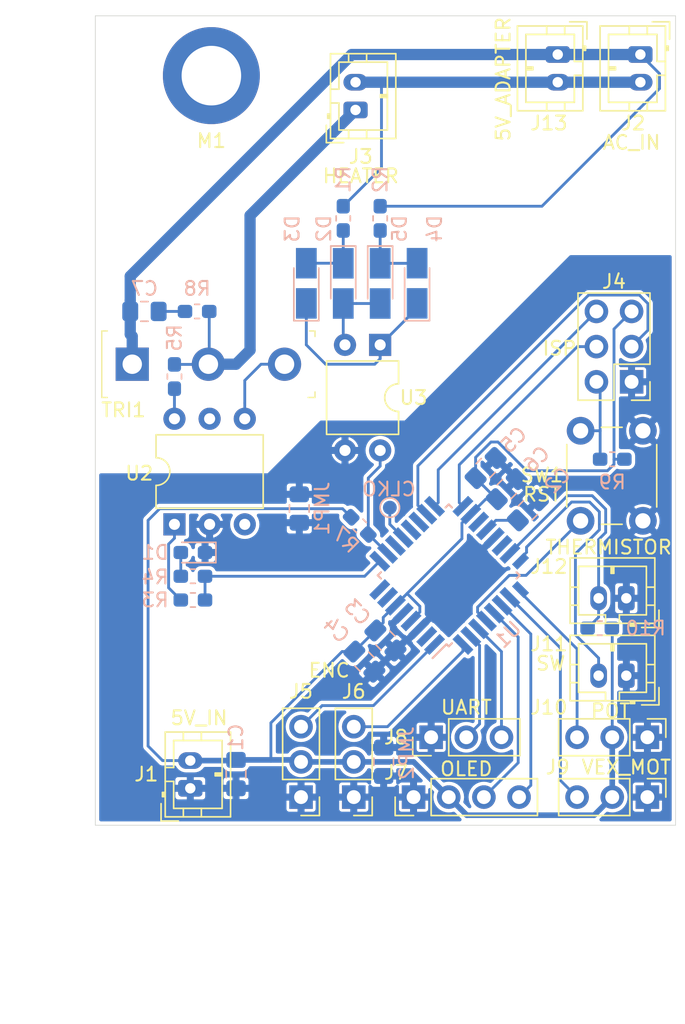
<source format=kicad_pcb>
(kicad_pcb (version 20211014) (generator pcbnew)
  (layers (0 "F.Cu" signal) (31 "B.Cu" signal) (34 "B.Paste" user) (35 "F.Paste" user) (36 "B.SilkS" user "B.Silkscreen") (37 "F.SilkS" user "F.Silkscreen") (38 "B.Mask" user) (39 "F.Mask" user) (44 "Edge.Cuts" user))
  (net 0 "")
  (net 1 "GND")
  (net 2 "+5V")
  (net 3 "Net-(C2-Pad1)")
  (net 4 "/120VAC_NEUTRAL")
  (net 5 "Net-(C7-Pad1)")
  (net 6 "Net-(D1-Pad2)")
  (net 7 "Net-(D2-Pad2)")
  (net 8 "Net-(D2-Pad1)")
  (net 9 "Net-(D3-Pad1)")
  (net 10 "Net-(D4-Pad2)")
  (net 11 "/120VAC_LIVE")
  (net 12 "Net-(J3-Pad1)")
  (net 13 "/RESET")
  (net 14 "/SCK")
  (net 15 "/MOSI")
  (net 16 "/MISO")
  (net 17 "/ENC_B")
  (net 18 "/ENC_A")
  (net 19 "/SCL")
  (net 20 "/SDA")
  (net 21 "/RX")
  (net 22 "/TX")
  (net 23 "/VEX_MOT")
  (net 24 "/TEMP_POT")
  (net 25 "/MOT_SW")
  (net 26 "/THERMISTOR")
  (net 27 "/HEATER")
  (net 28 "Net-(R3-Pad1)")
  (net 29 "Net-(R5-Pad2)")
  (net 30 "/ZCD")
  (net 31 "Net-(TP1-Pad1)")
  (net 32 "Net-(TRI1-Pad3)")
  (net 33 "Net-(U1-Pad22)")
  (net 34 "Net-(U1-Pad19)")
  (net 35 "Net-(U1-Pad14)")
  (net 36 "Net-(U1-Pad13)")
  (net 37 "Net-(U1-Pad11)")
  (net 38 "Net-(U1-Pad8)")
  (net 39 "Net-(U1-Pad7)")
  (net 40 "Net-(U1-Pad2)")
  (net 41 "Net-(U2-Pad3)")
  (net 42 "Net-(U2-Pad5)")
  (footprint "Connector_JST:JST_PH_B2B-PH-K_1x02_P2.00mm_Vertical" (layer "F.Cu") (at 121.158 119.253 90)
    (fp_text reference "J1" (at 1.016 -3.175 180) (layer "F.SilkS"))
    (fp_text value "5V_IN")
    (pad "1" thru_hole roundrect locked (at 0 0 90) (size 1.2 1.75) (drill 0.75) (layers *.Cu *.Mask) (roundrect_rratio 0.208333) (net 1 "GND"))
    (pad "2" thru_hole oval locked (at 2 0 90) (size 1.2 1.75) (drill 0.75) (layers *.Cu *.Mask) (net 2 "+5V"))
  )
  (footprint "Connector_JST:JST_PH_B2B-PH-K_1x02_P2.00mm_Vertical" (layer "F.Cu") (at 133.096 70.2945 90)
    (fp_text reference "J3" (at -3.3655 0.381 180) (layer "F.SilkS"))
    (fp_text value "HEATER")
    (pad "1" thru_hole roundrect locked (at 0 0 90) (size 1.2 1.75) (drill 0.75) (layers *.Cu *.Mask) (roundrect_rratio 0.208333) (net 12 "Net-(J3-Pad1)"))
    (pad "2" thru_hole oval locked (at 2 0 90) (size 1.2 1.75) (drill 0.75) (layers *.Cu *.Mask) (net 11 "/120VAC_LIVE"))
  )
  (footprint "Connector_PinHeader_2.54mm:PinHeader_2x03_P2.54mm_Vertical" (layer "F.Cu") (at 153.035 89.916 180)
    (fp_text reference "J4" (at 1.27 7.239) (layer "F.SilkS"))
    (fp_text value "ISP")
    (pad "1" thru_hole rect locked (at 0 0 180) (size 1.7 1.7) (drill 1) (layers *.Cu *.Mask) (net 1 "GND"))
    (pad "2" thru_hole oval locked (at 2.54 0 180) (size 1.7 1.7) (drill 1) (layers *.Cu *.Mask) (net 13 "/RESET"))
    (pad "3" thru_hole oval locked (at 0 2.54 180) (size 1.7 1.7) (drill 1) (layers *.Cu *.Mask) (net 15 "/MOSI"))
    (pad "4" thru_hole oval locked (at 2.54 2.54 180) (size 1.7 1.7) (drill 1) (layers *.Cu *.Mask) (net 14 "/SCK"))
    (pad "5" thru_hole oval locked (at 0 5.08 180) (size 1.7 1.7) (drill 1) (layers *.Cu *.Mask) (net 2 "+5V"))
    (pad "6" thru_hole oval locked (at 2.54 5.08 180) (size 1.7 1.7) (drill 1) (layers *.Cu *.Mask) (net 16 "/MISO"))
  )
  (footprint "Connector_PinHeader_2.54mm:PinHeader_1x03_P2.54mm_Vertical" (layer "F.Cu") (at 129.159 119.888 180)
    (fp_text reference "J5" (at 0 7.62) (layer "F.SilkS"))
    (fp_text value "ENC_B")
    (pad "1" thru_hole rect locked (at 0 0 180) (size 1.7 1.7) (drill 1) (layers *.Cu *.Mask) (net 1 "GND"))
    (pad "2" thru_hole oval locked (at 0 2.54 180) (size 1.7 1.7) (drill 1) (layers *.Cu *.Mask) (net 2 "+5V"))
    (pad "3" thru_hole oval locked (at 0 5.08 180) (size 1.7 1.7) (drill 1) (layers *.Cu *.Mask) (net 17 "/ENC_B"))
  )
  (footprint "Connector_PinHeader_2.54mm:PinHeader_1x03_P2.54mm_Vertical" (layer "F.Cu") (at 132.969 119.888 180)
    (fp_text reference "J6" (at 0 7.62) (layer "F.SilkS"))
    (fp_text value "ENC_A")
    (pad "1" thru_hole rect locked (at 0 0 180) (size 1.7 1.7) (drill 1) (layers *.Cu *.Mask) (net 1 "GND"))
    (pad "2" thru_hole oval locked (at 0 2.54 180) (size 1.7 1.7) (drill 1) (layers *.Cu *.Mask) (net 2 "+5V"))
    (pad "3" thru_hole oval locked (at 0 5.08 180) (size 1.7 1.7) (drill 1) (layers *.Cu *.Mask) (net 18 "/ENC_A"))
  )
  (footprint "Connector_PinHeader_2.54mm:PinHeader_1x04_P2.54mm_Vertical" (layer "F.Cu") (at 137.287 119.888 90)
    (fp_text reference "J7" (at 1.778 -1.27 180) (layer "F.SilkS"))
    (fp_text value "OLED")
    (pad "1" thru_hole rect locked (at 0 0 90) (size 1.7 1.7) (drill 1) (layers *.Cu *.Mask) (net 1 "GND"))
    (pad "2" thru_hole oval locked (at 0 2.54 90) (size 1.7 1.7) (drill 1) (layers *.Cu *.Mask) (net 2 "+5V"))
    (pad "3" thru_hole oval locked (at 0 5.08 90) (size 1.7 1.7) (drill 1) (layers *.Cu *.Mask) (net 19 "/SCL"))
    (pad "4" thru_hole oval locked (at 0 7.62 90) (size 1.7 1.7) (drill 1) (layers *.Cu *.Mask) (net 20 "/SDA"))
  )
  (footprint "Connector_PinHeader_2.54mm:PinHeader_1x03_P2.54mm_Vertical" (layer "F.Cu") (at 138.557 115.57 90)
    (fp_text reference "J8" (at 0 -2.54 180) (layer "F.SilkS"))
    (fp_text value "UART")
    (pad "1" thru_hole rect locked (at 0 0 90) (size 1.7 1.7) (drill 1) (layers *.Cu *.Mask) (net 1 "GND"))
    (pad "2" thru_hole oval locked (at 0 2.54 90) (size 1.7 1.7) (drill 1) (layers *.Cu *.Mask) (net 22 "/TX"))
    (pad "3" thru_hole oval locked (at 0 5.08 90) (size 1.7 1.7) (drill 1) (layers *.Cu *.Mask) (net 21 "/RX"))
  )
  (footprint "Connector_PinHeader_2.54mm:PinHeader_1x03_P2.54mm_Vertical" (layer "F.Cu") (at 154.178 119.888 -90)
    (fp_text reference "J9" (at -2.159 6.477 180) (layer "F.SilkS"))
    (fp_text value "VEX_MOT")
    (pad "1" thru_hole rect locked (at 0 0 270) (size 1.7 1.7) (drill 1) (layers *.Cu *.Mask) (net 1 "GND"))
    (pad "2" thru_hole oval locked (at 0 2.54 270) (size 1.7 1.7) (drill 1) (layers *.Cu *.Mask) (net 2 "+5V"))
    (pad "3" thru_hole oval locked (at 0 5.08 270) (size 1.7 1.7) (drill 1) (layers *.Cu *.Mask) (net 23 "/VEX_MOT"))
  )
  (footprint "Connector_JST:JST_PH_B2B-PH-K_1x02_P2.00mm_Vertical" (layer "F.Cu") (at 152.654 105.537 180)
    (fp_text reference "J12" (at 5.588 2.286) (layer "F.SilkS"))
    (fp_text value "THERM")
    (pad "1" thru_hole roundrect locked (at 0 0 180) (size 1.2 1.75) (drill 0.75) (layers *.Cu *.Mask) (roundrect_rratio 0.208333) (net 1 "GND"))
    (pad "2" thru_hole oval locked (at 2 0 180) (size 1.2 1.75) (drill 0.75) (layers *.Cu *.Mask) (net 26 "/THERMISTOR"))
  )
  (footprint "Button_Switch_THT:SW_PUSH_6mm_H5mm" (layer "F.Cu") (at 149.352 99.949 90)
    (fp_text reference "SW1" (at 3.302 -2.794 180) (layer "F.SilkS"))
    (fp_text value "RST_SW")
    (pad "1" thru_hole circle locked (at 0 0 180) (size 2 2) (drill 1.1) (layers *.Cu *.Mask) (net 13 "/RESET"))
    (pad "1" thru_hole circle locked (at 6.5 0 180) (size 2 2) (drill 1.1) (layers *.Cu *.Mask) (net 13 "/RESET"))
    (pad "2" thru_hole circle locked (at 6.5 4.5 180) (size 2 2) (drill 1.1) (layers *.Cu *.Mask) (net 1 "GND"))
    (pad "2" thru_hole circle locked (at 0 4.5 180) (size 2 2) (drill 1.1) (layers *.Cu *.Mask) (net 1 "GND"))
  )
  (footprint "digikey-footprints:TOP-3_Vertical_Insulated" (layer "F.Cu") (at 116.967 88.646)
    (fp_text reference "TRI1" (at -0.635 3.302) (layer "F.SilkS"))
    (fp_text value "BTA41-600BRG")
    (pad "1" thru_hole rect locked (at 0 0) (size 2.4 2.4) (drill 1.4) (layers *.Cu *.Mask) (net 4 "/120VAC_NEUTRAL"))
    (pad "2" thru_hole circle locked (at 5.5 0) (size 2.4 2.4) (drill 1.4) (layers *.Cu *.Mask) (net 12 "Net-(J3-Pad1)"))
    (pad "3" thru_hole circle locked (at 11 0) (size 2.4 2.4) (drill 1.4) (layers *.Cu *.Mask) (net 32 "Net-(TRI1-Pad3)"))
  )
  (footprint "Package_DIP:DIP-6_W7.62mm" (layer "F.Cu") (at 120.015 100.203 90)
    (fp_text reference "U2" (at 3.683 -2.54 180) (layer "F.SilkS"))
    (fp_text value "MOC3021M")
    (pad "1" thru_hole rect locked (at 0 0 90) (size 1.6 1.6) (drill 0.8) (layers *.Cu *.Mask) (net 28 "Net-(R3-Pad1)"))
    (pad "2" thru_hole oval locked (at 0 2.54 90) (size 1.6 1.6) (drill 0.8) (layers *.Cu *.Mask) (net 1 "GND"))
    (pad "3" thru_hole oval locked (at 0 5.08 90) (size 1.6 1.6) (drill 0.8) (layers *.Cu *.Mask) (net 41 "Net-(U2-Pad3)"))
    (pad "4" thru_hole oval locked (at 7.62 5.08 90) (size 1.6 1.6) (drill 0.8) (layers *.Cu *.Mask) (net 32 "Net-(TRI1-Pad3)"))
    (pad "5" thru_hole oval locked (at 7.62 2.54 90) (size 1.6 1.6) (drill 0.8) (layers *.Cu *.Mask) (net 42 "Net-(U2-Pad5)"))
    (pad "6" thru_hole oval locked (at 7.62 0 90) (size 1.6 1.6) (drill 0.8) (layers *.Cu *.Mask) (net 29 "Net-(R5-Pad2)"))
  )
  (footprint "Connector_JST:JST_PH_B2B-PH-K_1x02_P2.00mm_Vertical" (layer "F.Cu") (at 147.701 66.294 -90)
    (fp_text reference "J13" (at 4.953 0.635 180) (layer "F.SilkS"))
    (fp_text value "TO_5V_BRICK")
    (pad "1" thru_hole roundrect locked (at 0 0 270) (size 1.2 1.75) (drill 0.75) (layers *.Cu *.Mask) (roundrect_rratio 0.208333) (net 4 "/120VAC_NEUTRAL"))
    (pad "2" thru_hole oval locked (at 2 0 270) (size 1.2 1.75) (drill 0.75) (layers *.Cu *.Mask) (net 11 "/120VAC_LIVE"))
  )
  (footprint "Connector_JST:JST_PH_B2B-PH-K_1x02_P2.00mm_Vertical" (layer "F.Cu") (at 152.654 111.125 180)
    (fp_text reference "J11" (at 5.588 2.286) (layer "F.SilkS"))
    (fp_text value "MOT_SW")
    (pad "1" thru_hole roundrect locked (at 0 0 180) (size 1.2 1.75) (drill 0.75) (layers *.Cu *.Mask) (roundrect_rratio 0.208333) (net 1 "GND"))
    (pad "2" thru_hole oval locked (at 2 0 180) (size 1.2 1.75) (drill 0.75) (layers *.Cu *.Mask) (net 25 "/MOT_SW"))
  )
  (footprint "Connector_JST:JST_PH_B2B-PH-K_1x02_P2.00mm_Vertical" (layer "F.Cu") (at 153.67 66.294 -90)
    (fp_text reference "J2" (at 4.953 0.508 180) (layer "F.SilkS"))
    (fp_text value "AC_IN")
    (pad "1" thru_hole roundrect locked (at 0 0 270) (size 1.2 1.75) (drill 0.75) (layers *.Cu *.Mask) (roundrect_rratio 0.208333) (net 4 "/120VAC_NEUTRAL"))
    (pad "2" thru_hole oval locked (at 2 0 270) (size 1.2 1.75) (drill 0.75) (layers *.Cu *.Mask) (net 11 "/120VAC_LIVE"))
  )
  (footprint "Connector_PinHeader_2.54mm:PinHeader_1x03_P2.54mm_Vertical" (layer "F.Cu") (at 154.178 115.57 -90)
    (fp_text reference "J10" (at -2.159 7.112 180) (layer "F.SilkS"))
    (fp_text value "TEMP_POT")
    (pad "1" thru_hole rect locked (at 0 0 270) (size 1.7 1.7) (drill 1) (layers *.Cu *.Mask) (net 1 "GND"))
    (pad "2" thru_hole oval locked (at 0 2.54 270) (size 1.7 1.7) (drill 1) (layers *.Cu *.Mask) (net 2 "+5V"))
    (pad "3" thru_hole oval locked (at 0 5.08 270) (size 1.7 1.7) (drill 1) (layers *.Cu *.Mask) (net 24 "/TEMP_POT"))
  )
  (footprint "Package_DIP:DIP-4_W7.62mm" (layer "F.Cu") (at 134.874 87.249 -90)
    (fp_text reference "U3" (at 3.81 -2.413 180) (layer "F.SilkS"))
    (fp_text value "FL817C")
    (pad "1" thru_hole rect locked (at 0 0 270) (size 1.6 1.6) (drill 0.8) (layers *.Cu *.Mask) (net 9 "Net-(D3-Pad1)"))
    (pad "2" thru_hole oval locked (at 0 2.54 270) (size 1.6 1.6) (drill 0.8) (layers *.Cu *.Mask) (net 7 "Net-(D2-Pad2)"))
    (pad "3" thru_hole oval locked (at 7.62 2.54 270) (size 1.6 1.6) (drill 0.8) (layers *.Cu *.Mask) (net 1 "GND"))
    (pad "4" thru_hole oval locked (at 7.62 0 270) (size 1.6 1.6) (drill 0.8) (layers *.Cu *.Mask) (net 30 "/ZCD"))
  )
  (footprint "MountingHole:MountingHole_4.3mm_M4_ISO14580_Pad" (layer "F.Cu") (at 122.682 67.818)
    (fp_text reference "M1" (at 0 4.699) (layer "F.SilkS"))
    (fp_text value "MountingHole_4.3mm_M4_ISO14580_Pad")
    (pad "1" thru_hole circle locked (at 0 0) (size 7.000001 7.000001) (drill 4.299999) (layers *.Cu *.Mask))
  )
  (footprint "Capacitor_SMD:C_0805_2012Metric_Pad1.15x1.40mm_HandSolder" (layer "B.Cu") (at 124.46 118.228 -90)
    (fp_text reference "C1" (at -2.658 0 -90) (layer "B.SilkS") (effects (justify mirror)))
    (fp_text value "10u")
    (pad "1" smd roundrect locked (at -1.025 0 270) (size 1.15 1.4) (layers "B.Cu" "B.Paste" "B.Mask") (roundrect_rratio 0.217391) (net 2 "+5V"))
    (pad "2" smd roundrect locked (at 1.025 0 270) (size 1.15 1.4) (layers "B.Cu" "B.Paste" "B.Mask") (roundrect_rratio 0.217391) (net 1 "GND"))
  )
  (footprint "Capacitor_SMD:C_0805_2012Metric_Pad1.15x1.40mm_HandSolder" (layer "B.Cu") (at 145.542 99.187 45)
    (fp_text reference "C2" (at 3.053287 0 225) (layer "B.SilkS") (effects (justify mirror)))
    (fp_text value "100n")
    (pad "1" smd roundrect locked (at -1.025 0 45) (size 1.15 1.4) (layers "B.Cu" "B.Paste" "B.Mask") (roundrect_rratio 0.217391) (net 3 "Net-(C2-Pad1)"))
    (pad "2" smd roundrect locked (at 1.025 0 45) (size 1.15 1.4) (layers "B.Cu" "B.Paste" "B.Mask") (roundrect_rratio 0.217391) (net 1 "GND"))
  )
  (footprint "Capacitor_SMD:C_0805_2012Metric_Pad1.15x1.40mm_HandSolder" (layer "B.Cu") (at 135.255 108.585 -45)
    (fp_text reference "C3" (at -2.873682 0 135) (layer "B.SilkS") (effects (justify mirror)))
    (fp_text value "100n")
    (pad "1" smd roundrect locked (at -1.025 0 315) (size 1.15 1.4) (layers "B.Cu" "B.Paste" "B.Mask") (roundrect_rratio 0.217391) (net 2 "+5V"))
    (pad "2" smd roundrect locked (at 1.025 0 315) (size 1.15 1.4) (layers "B.Cu" "B.Paste" "B.Mask") (roundrect_rratio 0.217391) (net 1 "GND"))
  )
  (footprint "Capacitor_SMD:C_0805_2012Metric_Pad1.15x1.40mm_HandSolder" (layer "B.Cu") (at 133.731 110.109 -45)
    (fp_text reference "C4" (at -3.053287 -0.179605 -45) (layer "B.SilkS") (effects (justify mirror)))
    (fp_text value "10u")
    (pad "1" smd roundrect locked (at -1.025 0 315) (size 1.15 1.4) (layers "B.Cu" "B.Paste" "B.Mask") (roundrect_rratio 0.217391) (net 2 "+5V"))
    (pad "2" smd roundrect locked (at 1.025 0 315) (size 1.15 1.4) (layers "B.Cu" "B.Paste" "B.Mask") (roundrect_rratio 0.217391) (net 1 "GND"))
  )
  (footprint "Capacitor_SMD:C_0805_2012Metric_Pad1.15x1.40mm_HandSolder" (layer "B.Cu") (at 142.494 96.139 45)
    (fp_text reference "C5" (at 2.873682 0 225) (layer "B.SilkS") (effects (justify mirror)))
    (fp_text value "10u")
    (pad "1" smd roundrect locked (at -1.025 0 45) (size 1.15 1.4) (layers "B.Cu" "B.Paste" "B.Mask") (roundrect_rratio 0.217391) (net 2 "+5V"))
    (pad "2" smd roundrect locked (at 1.025 0 45) (size 1.15 1.4) (layers "B.Cu" "B.Paste" "B.Mask") (roundrect_rratio 0.217391) (net 1 "GND"))
  )
  (footprint "Capacitor_SMD:C_0805_2012Metric_Pad1.15x1.40mm_HandSolder" (layer "B.Cu") (at 144.018 97.663 45)
    (fp_text reference "C6" (at 3.053287 0 225) (layer "B.SilkS") (effects (justify mirror)))
    (fp_text value "100n")
    (pad "1" smd roundrect locked (at -1.025 0 45) (size 1.15 1.4) (layers "B.Cu" "B.Paste" "B.Mask") (roundrect_rratio 0.217391) (net 2 "+5V"))
    (pad "2" smd roundrect locked (at 1.025 0 45) (size 1.15 1.4) (layers "B.Cu" "B.Paste" "B.Mask") (roundrect_rratio 0.217391) (net 1 "GND"))
  )
  (footprint "Capacitor_SMD:C_0805_2012Metric_Pad1.15x1.40mm_HandSolder" (layer "B.Cu") (at 117.847 84.836 180)
    (fp_text reference "C7" (at 0 1.65) (layer "B.SilkS") (effects (justify mirror)))
    (fp_text value "220p")
    (pad "1" smd roundrect locked (at -1.025 0 180) (size 1.15 1.4) (layers "B.Cu" "B.Paste" "B.Mask") (roundrect_rratio 0.217391) (net 5 "Net-(C7-Pad1)"))
    (pad "2" smd roundrect locked (at 1.025 0 180) (size 1.15 1.4) (layers "B.Cu" "B.Paste" "B.Mask") (roundrect_rratio 0.217391) (net 4 "/120VAC_NEUTRAL"))
  )
  (footprint "LED_SMD:LED_0603_1608Metric_Pad1.05x0.95mm_HandSolder" (layer "B.Cu") (at 121.3485 102.235 180)
    (fp_text reference "D1" (at 2.7305 0 180) (layer "B.SilkS") (effects (justify mirror)))
    (fp_text value "LED")
    (pad "1" smd roundrect locked (at -0.875 0 180) (size 1.05 0.95) (layers "B.Cu" "B.Paste" "B.Mask") (net 1 "GND"))
    (pad "2" smd roundrect locked (at 0.875 0 180) (size 1.05 0.95) (layers "B.Cu" "B.Paste" "B.Mask") (net 6 "Net-(D1-Pad2)"))
  )
  (footprint "Diode_SMD:D_MicroMELF_Hadsoldering" (layer "B.Cu") (at 129.54 82.8062 90)
    (fp_text reference "D3" (at 3.9392 -1.016 270) (layer "B.SilkS") (effects (justify mirror)))
    (fp_text value "D_ALT")
    (pad "1" smd rect locked (at -1.45 0 90) (size 2.2 1.5) (layers "B.Cu" "B.Paste" "B.Mask") (net 9 "Net-(D3-Pad1)"))
    (pad "2" smd rect locked (at 1.45 0 90) (size 2.2 1.5) (layers "B.Cu" "B.Paste" "B.Mask") (net 8 "Net-(D2-Pad1)"))
  )
  (footprint "Diode_SMD:D_MicroMELF_Hadsoldering" (layer "B.Cu") (at 134.874 82.8145 -90)
    (fp_text reference "D5" (at -3.9475 -1.397 -90) (layer "B.SilkS") (effects (justify mirror)))
    (fp_text value "D_ALT")
    (pad "1" smd rect locked (at -1.45 0 270) (size 2.2 1.5) (layers "B.Cu" "B.Paste" "B.Mask") (net 10 "Net-(D4-Pad2)"))
    (pad "2" smd rect locked (at 1.45 0 270) (size 2.2 1.5) (layers "B.Cu" "B.Paste" "B.Mask") (net 7 "Net-(D2-Pad2)"))
  )
  (footprint "Resistor_SMD:R_0603_1608Metric_Pad1.05x0.95mm_HandSolder" (layer "B.Cu") (at 132.207 78.119 90)
    (fp_text reference "R1" (at 2.808 0 270) (layer "B.SilkS") (effects (justify mirror)))
    (fp_text value "10k")
    (pad "1" smd roundrect locked (at -0.875 0 90) (size 1.05 0.95) (layers "B.Cu" "B.Paste" "B.Mask") (net 8 "Net-(D2-Pad1)"))
    (pad "2" smd roundrect locked (at 0.875 0 90) (size 1.05 0.95) (layers "B.Cu" "B.Paste" "B.Mask") (net 11 "/120VAC_LIVE"))
  )
  (footprint "Resistor_SMD:R_0603_1608Metric_Pad1.05x0.95mm_HandSolder" (layer "B.Cu") (at 134.874 78.119 90)
    (fp_text reference "R2" (at 2.808 0 270) (layer "B.SilkS") (effects (justify mirror)))
    (fp_text value "10k")
    (pad "1" smd roundrect locked (at -0.875 0 90) (size 1.05 0.95) (layers "B.Cu" "B.Paste" "B.Mask") (net 10 "Net-(D4-Pad2)"))
    (pad "2" smd roundrect locked (at 0.875 0 90) (size 1.05 0.95) (layers "B.Cu" "B.Paste" "B.Mask") (net 4 "/120VAC_NEUTRAL"))
  )
  (footprint "Resistor_SMD:R_0603_1608Metric_Pad1.05x0.95mm_HandSolder" (layer "B.Cu") (at 121.3485 103.9495)
    (fp_text reference "R4" (at -2.7305 0.0635 180) (layer "B.SilkS") (effects (justify mirror)))
    (fp_text value "150")
    (pad "1" smd roundrect locked (at -0.875 0) (size 1.05 0.95) (layers "B.Cu" "B.Paste" "B.Mask") (net 6 "Net-(D1-Pad2)"))
    (pad "2" smd roundrect locked (at 0.875 0) (size 1.05 0.95) (layers "B.Cu" "B.Paste" "B.Mask") (net 27 "/HEATER"))
  )
  (footprint "Resistor_SMD:R_0603_1608Metric_Pad1.05x0.95mm_HandSolder" (layer "B.Cu") (at 120.015 89.535 -90)
    (fp_text reference "R5" (at -2.794 0 -90) (layer "B.SilkS") (effects (justify mirror)))
    (fp_text value "150")
    (pad "1" smd roundrect locked (at -0.875 0 270) (size 1.05 0.95) (layers "B.Cu" "B.Paste" "B.Mask") (net 12 "Net-(J3-Pad1)"))
    (pad "2" smd roundrect locked (at 0.875 0 270) (size 1.05 0.95) (layers "B.Cu" "B.Paste" "B.Mask") (net 29 "Net-(R5-Pad2)"))
  )
  (footprint "Resistor_SMD:R_0603_1608Metric_Pad1.05x0.95mm_HandSolder" (layer "B.Cu") (at 133.397218 100.313718 -45)
    (fp_text reference "R7" (at 0 1.43 -45) (layer "B.SilkS") (effects (justify mirror)))
    (fp_text value "10k")
    (pad "1" smd roundrect locked (at -0.875 0 315) (size 1.05 0.95) (layers "B.Cu" "B.Paste" "B.Mask") (net 2 "+5V"))
    (pad "2" smd roundrect locked (at 0.875 0 315) (size 1.05 0.95) (layers "B.Cu" "B.Paste" "B.Mask") (net 30 "/ZCD"))
  )
  (footprint "Resistor_SMD:R_0603_1608Metric_Pad1.05x0.95mm_HandSolder" (layer "B.Cu") (at 121.652 84.836)
    (fp_text reference "R8" (at 0 -1.651) (layer "B.SilkS") (effects (justify mirror)))
    (fp_text value "150")
    (pad "1" smd roundrect locked (at -0.875 0) (size 1.05 0.95) (layers "B.Cu" "B.Paste" "B.Mask") (net 5 "Net-(C7-Pad1)"))
    (pad "2" smd roundrect locked (at 0.875 0) (size 1.05 0.95) (layers "B.Cu" "B.Paste" "B.Mask") (net 12 "Net-(J3-Pad1)"))
  )
  (footprint "Resistor_SMD:R_0603_1608Metric_Pad1.05x0.95mm_HandSolder" (layer "B.Cu") (at 151.638 95.504 180)
    (fp_text reference "R9" (at 0 -1.651) (layer "B.SilkS") (effects (justify mirror)))
    (fp_text value "10k")
    (pad "1" smd roundrect locked (at -0.875 0 180) (size 1.05 0.95) (layers "B.Cu" "B.Paste" "B.Mask") (net 2 "+5V"))
    (pad "2" smd roundrect locked (at 0.875 0 180) (size 1.05 0.95) (layers "B.Cu" "B.Paste" "B.Mask") (net 13 "/RESET"))
  )
  (footprint "TestPoint:TestPoint_Pad_D1.0mm" (layer "B.Cu") (at 135.5725 98.9965 -90)
    (fp_text reference "CLKO" (at -1.3335 0.0635) (layer "B.SilkS") (effects (justify mirror)))
    (fp_text value "CLKO")
    (pad "1" smd circle locked (at 0 0 270) (size 1 1) (layers "B.Cu" "B.Mask") (net 31 "Net-(TP1-Pad1)"))
  )
  (footprint "Package_QFP:TQFP-32_7x7mm_P0.8mm" (layer "B.Cu") (at 139.827 103.886 45)
    (fp_text reference "U1" (at 0 6.05 225) (layer "B.SilkS") (effects (justify mirror)))
    (fp_text value "ATmega328P-AU")
    (pad "1" smd rect locked (at -4.25 2.8 45) (size 1.6 0.55) (layers "B.Cu" "B.Paste" "B.Mask") (net 17 "/ENC_B"))
    (pad "2" smd rect locked (at -4.25 2 45) (size 1.6 0.55) (layers "B.Cu" "B.Paste" "B.Mask") (net 40 "Net-(U1-Pad2)"))
    (pad "3" smd rect locked (at -4.25 1.2 45) (size 1.6 0.55) (layers "B.Cu" "B.Paste" "B.Mask") (net 1 "GND"))
    (pad "4" smd rect locked (at -4.25 0.4 45) (size 1.6 0.55) (layers "B.Cu" "B.Paste" "B.Mask") (net 2 "+5V"))
    (pad "5" smd rect locked (at -4.25 -0.4 45) (size 1.6 0.55) (layers "B.Cu" "B.Paste" "B.Mask") (net 1 "GND"))
    (pad "6" smd rect locked (at -4.25 -1.2 45) (size 1.6 0.55) (layers "B.Cu" "B.Paste" "B.Mask") (net 2 "+5V"))
    (pad "7" smd rect locked (at -4.25 -2 45) (size 1.6 0.55) (layers "B.Cu" "B.Paste" "B.Mask") (net 39 "Net-(U1-Pad7)"))
    (pad "8" smd rect locked (at -4.25 -2.8 45) (size 1.6 0.55) (layers "B.Cu" "B.Paste" "B.Mask") (net 38 "Net-(U1-Pad8)"))
    (pad "9" smd rect locked (at -2.8 -4.25 315) (size 1.6 0.55) (layers "B.Cu" "B.Paste" "B.Mask") (net 27 "/HEATER"))
    (pad "10" smd rect locked (at -2 -4.25 315) (size 1.6 0.55) (layers "B.Cu" "B.Paste" "B.Mask") (net 30 "/ZCD"))
    (pad "11" smd rect locked (at -1.2 -4.25 315) (size 1.6 0.55) (layers "B.Cu" "B.Paste" "B.Mask") (net 37 "Net-(U1-Pad11)"))
    (pad "12" smd rect locked (at -0.4 -4.25 315) (size 1.6 0.55) (layers "B.Cu" "B.Paste" "B.Mask") (net 31 "Net-(TP1-Pad1)"))
    (pad "13" smd rect locked (at 0.4 -4.25 315) (size 1.6 0.55) (layers "B.Cu" "B.Paste" "B.Mask") (net 36 "Net-(U1-Pad13)"))
    (pad "14" smd rect locked (at 1.2 -4.25 315) (size 1.6 0.55) (layers "B.Cu" "B.Paste" "B.Mask") (net 35 "Net-(U1-Pad14)"))
    (pad "15" smd rect locked (at 2 -4.25 315) (size 1.6 0.55) (layers "B.Cu" "B.Paste" "B.Mask") (net 15 "/MOSI"))
    (pad "16" smd rect locked (at 2.8 -4.25 315) (size 1.6 0.55) (layers "B.Cu" "B.Paste" "B.Mask") (net 16 "/MISO"))
    (pad "17" smd rect locked (at 4.25 -2.8 45) (size 1.6 0.55) (layers "B.Cu" "B.Paste" "B.Mask") (net 14 "/SCK"))
    (pad "18" smd rect locked (at 4.25 -2 45) (size 1.6 0.55) (layers "B.Cu" "B.Paste" "B.Mask") (net 2 "+5V"))
    (pad "19" smd rect locked (at 4.25 -1.2 45) (size 1.6 0.55) (layers "B.Cu" "B.Paste" "B.Mask") (net 34 "Net-(U1-Pad19)"))
    (pad "20" smd rect locked (at 4.25 -0.4 45) (size 1.6 0.55) (layers "B.Cu" "B.Paste" "B.Mask") (net 3 "Net-(C2-Pad1)"))
    (pad "21" smd rect locked (at 4.25 0.4 45) (size 1.6 0.55) (layers "B.Cu" "B.Paste" "B.Mask") (net 1 "GND"))
    (pad "22" smd rect locked (at 4.25 1.2 45) (size 1.6 0.55) (layers "B.Cu" "B.Paste" "B.Mask") (net 33 "Net-(U1-Pad22)"))
    (pad "23" smd rect locked (at 4.25 2 45) (size 1.6 0.55) (layers "B.Cu" "B.Paste" "B.Mask") (net 26 "/THERMISTOR"))
    (pad "24" smd rect locked (at 4.391422 2.941421 45) (size 1.2 0.55) (layers "B.Cu" "B.Paste" "B.Mask") (net 25 "/MOT_SW"))
    (pad "25" smd rect locked (at 2.941421 4.391422 315) (size 1.2 0.55) (layers "B.Cu" "B.Paste" "B.Mask") (net 24 "/TEMP_POT"))
    (pad "26" smd rect locked (at 2 4.25 315) (size 1.6 0.55) (layers "B.Cu" "B.Paste" "B.Mask") (net 23 "/VEX_MOT"))
    (pad "27" smd rect locked (at 1.2 4.25 315) (size 1.6 0.55) (layers "B.Cu" "B.Paste" "B.Mask") (net 20 "/SDA"))
    (pad "28" smd rect locked (at 0.4 4.25 315) (size 1.6 0.55) (layers "B.Cu" "B.Paste" "B.Mask") (net 19 "/SCL"))
    (pad "29" smd rect locked (at -0.4 4.25 315) (size 1.6 0.55) (layers "B.Cu" "B.Paste" "B.Mask") (net 13 "/RESET"))
    (pad "30" smd rect locked (at -1.2 4.25 315) (size 1.6 0.55) (layers "B.Cu" "B.Paste" "B.Mask") (net 21 "/RX"))
    (pad "31" smd rect locked (at -2 4.25 315) (size 1.6 0.55) (layers "B.Cu" "B.Paste" "B.Mask") (net 22 "/TX"))
    (pad "32" smd rect locked (at -2.8 4.25 315) (size 1.6 0.55) (layers "B.Cu" "B.Paste" "B.Mask") (net 18 "/ENC_A"))
  )
  (footprint "Resistor_SMD:R_0603_1608Metric_Pad1.05x0.95mm_HandSolder" (layer "B.Cu") (at 150.735 107.696 180)
    (fp_text reference "R10" (at -3.316 0) (layer "B.SilkS") (effects (justify mirror)))
    (fp_text value "100k")
    (pad "1" smd roundrect locked (at -0.875 0 180) (size 1.05 0.95) (layers "B.Cu" "B.Paste" "B.Mask") (net 2 "+5V"))
    (pad "2" smd roundrect locked (at 0.875 0 180) (size 1.05 0.95) (layers "B.Cu" "B.Paste" "B.Mask") (net 26 "/THERMISTOR"))
  )
  (footprint "Resistor_SMD:R_0603_1608Metric_Pad1.05x0.95mm_HandSolder" (layer "B.Cu") (at 121.3485 105.664)
    (fp_text reference "R3" (at -2.7305 0 180) (layer "B.SilkS") (effects (justify mirror)))
    (fp_text value "1k")
    (pad "1" smd roundrect locked (at -0.875 0) (size 1.05 0.95) (layers "B.Cu" "B.Paste" "B.Mask") (net 28 "Net-(R3-Pad1)"))
    (pad "2" smd roundrect locked (at 0.875 0) (size 1.05 0.95) (layers "B.Cu" "B.Paste" "B.Mask") (net 27 "/HEATER"))
  )
  (footprint "Diode_SMD:D_MicroMELF_Hadsoldering" (layer "B.Cu") (at 132.207 82.8145 -90)
    (fp_text reference "D2" (at -3.9475 1.397 -90) (layer "B.SilkS") (effects (justify mirror)))
    (fp_text value "D_ALT")
    (pad "1" smd rect locked (at -1.45 0 270) (size 2.2 1.5) (layers "B.Cu" "B.Paste" "B.Mask") (net 8 "Net-(D2-Pad1)"))
    (pad "2" smd rect locked (at 1.45 0 270) (size 2.2 1.5) (layers "B.Cu" "B.Paste" "B.Mask") (net 7 "Net-(D2-Pad2)"))
  )
  (footprint "Diode_SMD:D_MicroMELF_Hadsoldering" (layer "B.Cu") (at 137.541 82.804 90)
    (fp_text reference "D4" (at 3.937 1.27 270) (layer "B.SilkS") (effects (justify mirror)))
    (fp_text value "D_ALT")
    (pad "1" smd rect locked (at -1.45 0 90) (size 2.2 1.5) (layers "B.Cu" "B.Paste" "B.Mask") (net 9 "Net-(D3-Pad1)"))
    (pad "2" smd rect locked (at 1.45 0 90) (size 2.2 1.5) (layers "B.Cu" "B.Paste" "B.Mask") (net 10 "Net-(D4-Pad2)"))
  )
  (footprint "Resistor_SMD:R_0805_2012Metric_Pad1.15x1.40mm_HandSolder" (layer "B.Cu") (at 129.032 99.06 90)
    (fp_text reference "JMP1" (at 0 1.65 90) (layer "B.SilkS") (effects (justify mirror)))
    (fp_text value "R_0805_2012Metric_Pad1.15x1.40mm_HandSolder")
    (pad "1" smd roundrect locked (at -1.025 0 90) (size 1.15 1.4) (layers "B.Cu" "B.Paste" "B.Mask") (roundrect_rratio 0.217) (net 1 "GND"))
    (pad "1" smd roundrect locked (at 1.025 0 90) (size 1.15 1.4) (layers "B.Cu" "B.Paste" "B.Mask") (roundrect_rratio 0.217) (net 1 "GND"))
  )
  (footprint "Resistor_SMD:R_0805_2012Metric_Pad1.15x1.40mm_HandSolder" (layer "B.Cu") (at 135.128 117.339 90)
    (fp_text reference "JMP2" (at 0.626 1.651 90) (layer "B.SilkS") (effects (justify mirror)))
    (fp_text value "R_0805_2012Metric_Pad1.15x1.40mm_HandSolder")
    (pad "1" smd roundrect locked (at -1.025 0 90) (size 1.15 1.4) (layers "B.Cu" "B.Paste" "B.Mask") (roundrect_rratio 0.217) (net 1 "GND"))
    (pad "1" smd roundrect locked (at 1.025 0 90) (size 1.15 1.4) (layers "B.Cu" "B.Paste" "B.Mask") (roundrect_rratio 0.217) (net 1 "GND"))
  )
  (gr_line (start 156.21 63.5) (end 114.3 63.5) (layer "Edge.Cuts") (width 0.05))
  (gr_line (start 156.21 121.92) (end 156.21 63.5) (layer "Edge.Cuts") (width 0.05))
  (gr_line (start 114.3 63.5) (end 114.3 121.92) (layer "Edge.Cuts") (width 0.05))
  (gr_line (start 114.3 121.92) (end 156.21 121.92) (layer "Edge.Cuts") (width 0.05))
  (gr_text "AC_IN\n" (at 153.035 72.644) (layer "F.SilkS") (effects (font (size 1 1))))
  (gr_text "5V_ADAPTER\n" (at 143.764 68.072 90) (layer "F.SilkS") (effects (font (size 1 1))))
  (gr_text "SW\n" (at 147.193 110.236) (layer "F.SilkS") (effects (font (size 1 1))))
  (gr_text "ENC" (at 131.191 110.744) (layer "F.SilkS") (effects (font (size 1 1))))
  (gr_text "THERMISTOR\n" (at 151.384 101.854) (layer "F.SilkS") (effects (font (size 1 1))))
  (gr_text "RST\n" (at 146.558 98.044) (layer "F.SilkS") (effects (font (size 1 1))))
  (gr_text "OLED" (at 141.097 117.856) (layer "F.SilkS") (effects (font (size 1 1))))
  (gr_text "VEX_MOT\n" (at 152.654 117.729) (layer "F.SilkS") (effects (font (size 1 1))))
  (gr_text "UART\n" (at 141.097 113.411) (layer "F.SilkS") (effects (font (size 1 1))))
  (gr_text "POT\n" (at 151.511 113.665) (layer "F.SilkS") (effects (font (size 1 1))))
  (gr_text "ISP\n" (at 147.828 87.503) (layer "F.SilkS") (effects (font (size 1 1))))
  (gr_text "HEATER" (at 133.477 75.057) (layer "F.SilkS") (effects (font (size 1 1))))
  (gr_text "5V_IN\n" (at 121.793 114.173) (layer "F.SilkS") (effects (font (size 1 1))))
  (segment (start 153.035 84.836) (end 151.765 86.106) (width 0.2032) (layer "B.Cu") (net 2))
  (segment (start 135.0959 106.920044) (end 135.336873 106.679071) (width 0.2032) (layer "B.Cu") (net 2))
  (segment (start 119.158 117.253) (end 121.158 117.253) (width 0.2032) (layer "B.Cu") (net 2))
  (segment (start 151.638 119.888) (end 150.330799 121.195201) (width 0.4064) (layer "B.Cu") (net 2))
  (segment (start 118.11 116.205) (end 119.158 117.253) (width 0.2032) (layer "B.Cu") (net 2))
  (segment (start 137.287 117.348) (end 139.827 119.888) (width 0.4064) (layer "B.Cu") (net 2))
  (segment (start 151.765 95.504) (end 151.765 95.865786) (width 0.2032) (layer "B.Cu") (net 2))
  (segment (start 143.381248 94.260598) (end 142.879542 94.260598) (width 0.2032) (layer "B.Cu") (net 2))
  (segment (start 151.638 115.57) (end 151.638 107.724) (width 0.2032) (layer "B.Cu") (net 2))
  (segment (start 141.769216 95.370924) (end 141.769216 95.982598) (width 0.2032) (layer "B.Cu") (net 2))
  (segment (start 140.781595 100.102978) (end 140.781595 101.234349) (width 0.2032) (layer "B.Cu") (net 2))
  (segment (start 132.969 117.348) (end 137.287 117.348) (width 0.4064) (layer "B.Cu") (net 2))
  (segment (start 141.41799 99.466583) (end 142.496789 98.387784) (width 0.2032) (layer "B.Cu") (net 2))
  (segment (start 140.781595 101.234349) (end 136.819472 105.196472) (width 0.2032) (layer "B.Cu") (net 2))
  (segment (start 151.888 95.504) (end 151.765 95.504) (width 0.2032) (layer "B.Cu") (net 2))
  (segment (start 137.741034 106.537652) (end 137.741034 106.118034) (width 0.2032) (layer "B.Cu") (net 2))
  (segment (start 152.513 95.504) (end 151.888 95.504) (width 0.2032) (layer "B.Cu") (net 2))
  (segment (start 126.982 114.527246) (end 126.982 117.203) (width 0.2032) (layer "B.Cu") (net 2))
  (segment (start 118.950839 99.072799) (end 118.11 99.913638) (width 0.2032) (layer "B.Cu") (net 2))
  (segment (start 142.496789 98.387784) (end 143.293216 98.387784) (width 0.2032) (layer "B.Cu") (net 2))
  (segment (start 142.3349 97.429468) (end 143.293216 98.387784) (width 0.2032) (layer "B.Cu") (net 2))
  (segment (start 118.11 99.913638) (end 118.11 116.205) (width 0.2032) (layer "B.Cu") (net 2))
  (segment (start 133.006216 109.384216) (end 134.530216 107.860216) (width 0.2032) (layer "B.Cu") (net 2))
  (segment (start 126.982 117.203) (end 129.014 117.203) (width 0.4064) (layer "B.Cu") (net 2))
  (segment (start 129.014 117.203) (end 129.159 117.348) (width 0.4064) (layer "B.Cu") (net 2))
  (segment (start 135.0959 107.294532) (end 135.0959 106.920044) (width 0.2032) (layer "B.Cu") (net 2))
  (segment (start 151.638 119.888) (end 151.638 118.685919) (width 0.4064) (layer "B.Cu") (net 2))
  (segment (start 124.46 117.203) (end 126.982 117.203) (width 0.4064) (layer "B.Cu") (net 2))
  (segment (start 141.769216 95.982598) (end 141.769216 96.863784) (width 0.2032) (layer "B.Cu") (net 2))
  (segment (start 150.330799 121.195201) (end 141.134201 121.195201) (width 0.4064) (layer "B.Cu") (net 2))
  (segment (start 129.159 117.348) (end 132.969 117.348) (width 0.4064) (layer "B.Cu") (net 2))
  (segment (start 133.006216 109.384216) (end 132.12503 109.384216) (width 0.2032) (layer "B.Cu") (net 2))
  (segment (start 132.7785 99.695) (end 132.156299 99.072799) (width 0.2032) (layer "B.Cu") (net 2))
  (segment (start 151.765 86.106) (end 151.765 95.504) (width 0.2032) (layer "B.Cu") (net 2))
  (segment (start 145.45526 96.33461) (end 143.381248 94.260598) (width 0.2032) (layer "B.Cu") (net 2))
  (segment (start 132.12503 109.384216) (end 126.982 114.527246) (width 0.2032) (layer "B.Cu") (net 2))
  (segment (start 142.879542 94.260598) (end 141.769216 95.370924) (width 0.2032) (layer "B.Cu") (net 2))
  (segment (start 124.41 117.253) (end 124.46 117.203) (width 0.4064) (layer "B.Cu") (net 2))
  (segment (start 136.819472 105.196472) (end 136.609663 105.406281) (width 0.2032) (layer "B.Cu") (net 2))
  (segment (start 140.676999 120.737999) (end 139.827 119.888) (width 0.4064) (layer "B.Cu") (net 2))
  (segment (start 132.156299 99.072799) (end 118.950839 99.072799) (width 0.2032) (layer "B.Cu") (net 2))
  (segment (start 141.41799 99.466583) (end 140.781595 100.102978) (width 0.2032) (layer "B.Cu") (net 2))
  (segment (start 136.609663 105.406281) (end 135.973268 106.042676) (width 0.2032) (layer "B.Cu") (net 2))
  (segment (start 141.134201 121.195201) (end 140.676999 120.737999) (width 0.4064) (layer "B.Cu") (net 2))
  (segment (start 151.638 118.685919) (end 151.638 115.57) (width 0.4064) (layer "B.Cu") (net 2))
  (segment (start 151.638 107.724) (end 151.61 107.696) (width 0.2032) (layer "B.Cu") (net 2))
  (segment (start 137.104639 107.174047) (end 137.741034 106.537652) (width 0.2032) (layer "B.Cu") (net 2))
  (segment (start 137.741034 106.118034) (end 136.819472 105.196472) (width 0.2032) (layer "B.Cu") (net 2))
  (segment (start 151.765 95.865786) (end 151.296176 96.33461) (width 0.2032) (layer "B.Cu") (net 2))
  (segment (start 141.769216 96.863784) (end 142.3349 97.429468) (width 0.2032) (layer "B.Cu") (net 2))
  (segment (start 151.296176 96.33461) (end 145.45526 96.33461) (width 0.2032) (layer "B.Cu") (net 2))
  (segment (start 134.530216 107.860216) (end 135.0959 107.294532) (width 0.2032) (layer "B.Cu") (net 2))
  (segment (start 135.336873 106.679071) (end 135.973268 106.042676) (width 0.2032) (layer "B.Cu") (net 2))
  (segment (start 121.158 117.253) (end 124.41 117.253) (width 0.4064) (layer "B.Cu") (net 2))
  (segment (start 143.23553 99.911784) (end 144.817216 99.911784) (width 0.2032) (layer "B.Cu") (net 3))
  (segment (start 142.549361 100.597953) (end 143.23553 99.911784) (width 0.2032) (layer "B.Cu") (net 3))
  (segment (start 134.874 77.244) (end 146.561962 77.244) (width 0.2032) (layer "B.Cu") (net 4))
  (segment (start 146.561962 77.244) (end 155.05301 68.752952) (width 0.2032) (layer "B.Cu") (net 4))
  (segment (start 116.822 82.295485) (end 116.822 84.036) (width 0.8128) (layer "B.Cu") (net 4))
  (segment (start 116.967 86.6332) (end 116.822 86.4882) (width 0.8128) (layer "B.Cu") (net 4))
  (segment (start 147.701 66.294) (end 132.823485 66.294) (width 0.8128) (layer "B.Cu") (net 4))
  (segment (start 155.05301 68.752952) (end 155.05301 67.67701) (width 0.2032) (layer "B.Cu") (net 4))
  (segment (start 147.701 66.294) (end 153.67 66.294) (width 0.8128) (layer "B.Cu") (net 4))
  (segment (start 132.823485 66.294) (end 116.822 82.295485) (width 0.8128) (layer "B.Cu") (net 4))
  (segment (start 155.05301 67.67701) (end 154.34071 66.96471) (width 0.2032) (layer "B.Cu") (net 4))
  (segment (start 116.822 84.036) (end 116.822 84.836) (width 0.8128) (layer "B.Cu") (net 4))
  (segment (start 154.34071 66.96471) (end 153.67 66.294) (width 0.2032) (layer "B.Cu") (net 4))
  (segment (start 116.822 86.4882) (end 116.822 84.836) (width 0.8128) (layer "B.Cu") (net 4))
  (segment (start 116.967 88.646) (end 116.967 86.6332) (width 0.8128) (layer "B.Cu") (net 4))
  (segment (start 118.872 84.836) (end 120.777 84.836) (width 0.2032) (layer "B.Cu") (net 5))
  (segment (start 120.4735 102.235) (end 120.4735 103.9495) (width 0.2032) (layer "B.Cu") (net 6))
  (segment (start 132.207 87.122) (end 132.334 87.249) (width 0.2032) (layer "B.Cu") (net 7))
  (segment (start 133.1602 84.2645) (end 134.874 84.2645) (width 0.2032) (layer "B.Cu") (net 7))
  (segment (start 132.207 84.2645) (end 132.207 87.122) (width 0.2032) (layer "B.Cu") (net 7))
  (segment (start 132.207 84.2645) (end 133.1602 84.2645) (width 0.2032) (layer "B.Cu") (net 7))
  (segment (start 132.1987 81.3562) (end 132.207 81.3645) (width 0.2032) (layer "B.Cu") (net 8))
  (segment (start 132.207 78.994) (end 132.207 81.3645) (width 0.2032) (layer "B.Cu") (net 8))
  (segment (start 129.54 81.3562) (end 132.1987 81.3562) (width 0.2032) (layer "B.Cu") (net 8))
  (segment (start 134.874 87.249) (end 134.874 88.138) (width 0.2032) (layer "B.Cu") (net 9))
  (segment (start 134.874 88.138) (end 134.874 88.2522) (width 0.2032) (layer "B.Cu") (net 9))
  (segment (start 130.937 88.646) (end 129.54 87.249) (width 0.2032) (layer "B.Cu") (net 9))
  (segment (start 134.874 87.271) (end 134.874 88.138) (width 0.2032) (layer "B.Cu") (net 9))
  (segment (start 134.874 88.2522) (end 134.4802 88.646) (width 0.2032) (layer "B.Cu") (net 9))
  (segment (start 129.54 87.249) (end 129.54 84.2562) (width 0.2032) (layer "B.Cu") (net 9))
  (segment (start 137.541 84.254) (end 137.541 84.604) (width 0.2032) (layer "B.Cu") (net 9))
  (segment (start 134.4802 88.646) (end 130.937 88.646) (width 0.2032) (layer "B.Cu") (net 9))
  (segment (start 137.541 84.604) (end 134.874 87.271) (width 0.2032) (layer "B.Cu") (net 9))
  (segment (start 134.874 78.994) (end 134.874 81.3645) (width 0.2032) (layer "B.Cu") (net 10))
  (segment (start 134.874 81.3645) (end 137.5305 81.3645) (width 0.2032) (layer "B.Cu") (net 10))
  (segment (start 137.5305 81.3645) (end 137.541 81.354) (width 0.2032) (layer "B.Cu") (net 10))
  (segment (start 132.207 77.244) (end 134.969 74.482) (width 0.2032) (layer "B.Cu") (net 11))
  (segment (start 134.969 74.482) (end 134.969 68.294) (width 0.2032) (layer "B.Cu") (net 11))
  (segment (start 134.969 68.294) (end 133.0965 68.294) (width 0.8128) (layer "B.Cu") (net 11))
  (segment (start 153.67 68.294) (end 147.701 68.294) (width 0.8128) (layer "B.Cu") (net 11))
  (segment (start 147.701 68.294) (end 134.969 68.294) (width 0.8128) (layer "B.Cu") (net 11))
  (segment (start 133.0965 68.294) (end 133.096 68.2945) (width 0.8128) (layer "B.Cu") (net 11))
  (segment (start 120.015 88.66) (end 122.453 88.66) (width 0.2032) (layer "B.Cu") (net 12))
  (segment (start 124.46 88.646) (end 125.476 87.63) (width 0.8128) (layer "B.Cu") (net 12))
  (segment (start 122.527 88.586) (end 122.467 88.646) (width 0.2032) (layer "B.Cu") (net 12))
  (segment (start 125.476 87.63) (end 125.476 77.9145) (width 0.8128) (layer "B.Cu") (net 12))
  (segment (start 125.476 77.9145) (end 133.096 70.2945) (width 0.8128) (layer "B.Cu") (net 12))
  (segment (start 122.453 88.66) (end 122.467 88.646) (width 0.2032) (layer "B.Cu") (net 12))
  (segment (start 122.467 88.646) (end 124.46 88.646) (width 0.8128) (layer "B.Cu") (net 12))
  (segment (start 122.527 84.836) (end 122.527 88.586) (width 0.2032) (layer "B.Cu") (net 12))
  (segment (start 145.415 103.886) (end 149.352 99.949) (width 0.2032) (layer "B.Cu") (net 13))
  (segment (start 149.352 93.449) (end 150.754 93.449) (width 0.2032) (layer "B.Cu") (net 13))
  (segment (start 144.203125 103.886) (end 145.415 103.886) (width 0.2032) (layer "B.Cu") (net 13))
  (segment (start 142.549361 107.174047) (end 141.912966 106.537652) (width 0.2032) (layer "B.Cu") (net 13))
  (segment (start 141.912966 106.537652) (end 141.912966 106.176159) (width 0.2032) (layer "B.Cu") (net 13))
  (segment (start 150.763 94.929) (end 150.763 93.458) (width 0.2032) (layer "B.Cu") (net 13))
  (segment (start 150.754 93.449) (end 150.763 93.458) (width 0.2032) (layer "B.Cu") (net 13))
  (segment (start 150.763 93.458) (end 150.763 90.184) (width 0.2032) (layer "B.Cu") (net 13))
  (segment (start 141.912966 106.176159) (end 144.203125 103.886) (width 0.2032) (layer "B.Cu") (net 13))
  (segment (start 150.763 95.504) (end 150.763 94.929) (width 0.2032) (layer "B.Cu") (net 13))
  (segment (start 150.763 90.184) (end 150.495 89.916) (width 0.2032) (layer "B.Cu") (net 13))
  (segment (start 149.117548 87.376) (end 149.292919 87.376) (width 0.2032) (layer "B.Cu") (net 14))
  (segment (start 140.587141 95.906407) (end 149.117548 87.376) (width 0.2032) (layer "B.Cu") (net 14))
  (segment (start 140.587141 98.635733) (end 140.587141 95.906407) (width 0.2032) (layer "B.Cu") (net 14))
  (segment (start 149.292919 87.376) (end 150.495 87.376) (width 0.2032) (layer "B.Cu") (net 14))
  (segment (start 140.852305 98.900897) (end 140.587141 98.635733) (width 0.2032) (layer "B.Cu") (net 14))
  (segment (start 153.601497 83.655799) (end 154.215201 84.269503) (width 0.2032) (layer "B.Cu") (net 15))
  (segment (start 149.928503 83.655799) (end 153.601497 83.655799) (width 0.2032) (layer "B.Cu") (net 15))
  (segment (start 137.599615 95.984687) (end 149.928503 83.655799) (width 0.2032) (layer "B.Cu") (net 15))
  (segment (start 154.215201 86.195799) (end 153.884999 86.526001) (width 0.2032) (layer "B.Cu") (net 15))
  (segment (start 137.599615 98.830188) (end 137.599615 95.984687) (width 0.2032) (layer "B.Cu") (net 15))
  (segment (start 138.23601 99.466583) (end 137.599615 98.830188) (width 0.2032) (layer "B.Cu") (net 15))
  (segment (start 154.215201 84.269503) (end 154.215201 86.195799) (width 0.2032) (layer "B.Cu") (net 15))
  (segment (start 153.884999 86.526001) (end 153.035 87.376) (width 0.2032) (layer "B.Cu") (net 15))
  (segment (start 139.066859 96.264141) (end 149.645001 85.685999) (width 0.2032) (layer "B.Cu") (net 16))
  (segment (start 149.645001 85.685999) (end 150.495 84.836) (width 0.2032) (layer "B.Cu") (net 16))
  (segment (start 139.066859 98.635733) (end 139.066859 96.264141) (width 0.2032) (layer "B.Cu") (net 16))
  (segment (start 138.801695 98.900897) (end 139.066859 98.635733) (width 0.2032) (layer "B.Cu") (net 16))
  (segment (start 134.388798 113.284) (end 138.801695 108.871103) (width 0.2032) (layer "B.Cu") (net 17))
  (segment (start 129.159 114.808) (end 130.683 113.284) (width 0.2032) (layer "B.Cu") (net 17))
  (segment (start 130.683 113.284) (end 134.388798 113.284) (width 0.2032) (layer "B.Cu") (net 17))
  (segment (start 135.404317 114.808) (end 134.171081 114.808) (width 0.2032) (layer "B.Cu") (net 18))
  (segment (start 140.852305 108.871103) (end 140.852305 109.360012) (width 0.2032) (layer "B.Cu") (net 18))
  (segment (start 140.852305 109.360012) (end 135.404317 114.808) (width 0.2032) (layer "B.Cu") (net 18))
  (segment (start 134.171081 114.808) (end 132.969 114.808) (width 0.2032) (layer "B.Cu") (net 18))
  (segment (start 144.842601 117.412399) (end 143.216999 119.038001) (width 0.2032) (layer "B.Cu") (net 19))
  (segment (start 143.115047 106.608361) (end 144.842601 108.335915) (width 0.2032) (layer "B.Cu") (net 19))
  (segment (start 144.842601 108.335915) (end 144.842601 117.412399) (width 0.2032) (layer "B.Cu") (net 19))
  (segment (start 143.216999 119.038001) (end 142.367 119.888) (width 0.2032) (layer "B.Cu") (net 19))
  (segment (start 143.680732 106.042676) (end 145.756999 108.118943) (width 0.2032) (layer "B.Cu") (net 20))
  (segment (start 145.756999 108.118943) (end 145.756999 119.038001) (width 0.2032) (layer "B.Cu") (net 20))
  (segment (start 145.756999 119.038001) (end 144.907 119.888) (width 0.2032) (layer "B.Cu") (net 20))
  (segment (start 143.637 115.57) (end 143.637 109.393056) (width 0.2032) (layer "B.Cu") (net 21))
  (segment (start 143.637 109.393056) (end 141.983676 107.739732) (width 0.2032) (layer "B.Cu") (net 21))
  (segment (start 141.41799 108.305417) (end 142.054385 108.941812) (width 0.2032) (layer "B.Cu") (net 22))
  (segment (start 141.946999 114.720001) (end 141.097 115.57) (width 0.2032) (layer "B.Cu") (net 22))
  (segment (start 142.054385 114.612615) (end 141.946999 114.720001) (width 0.2032) (layer "B.Cu") (net 22))
  (segment (start 142.054385 108.941812) (end 142.054385 114.612615) (width 0.2032) (layer "B.Cu") (net 22))
  (segment (start 144.246417 105.47699) (end 147.892399 109.122972) (width 0.2032) (layer "B.Cu") (net 23))
  (segment (start 147.892399 118.682399) (end 148.248001 119.038001) (width 0.2032) (layer "B.Cu") (net 23))
  (segment (start 147.892399 109.122972) (end 147.892399 118.682399) (width 0.2032) (layer "B.Cu") (net 23))
  (segment (start 148.248001 119.038001) (end 149.098 119.888) (width 0.2032) (layer "B.Cu") (net 23))
  (segment (start 149.098 115.57) (end 149.098 109.197202) (width 0.2032) (layer "B.Cu") (net 24))
  (segment (start 149.098 109.197202) (end 144.812103 104.911305) (width 0.2032) (layer "B.Cu") (net 24))
  (segment (start 150.654 111.125) (end 150.654 109.853786) (width 0.2032) (layer "B.Cu") (net 25))
  (segment (start 145.448498 102.2243) (end 144.812103 102.860695) (width 0.2032) (layer "B.Cu") (net 25))
  (segment (start 148.97939 108.179176) (end 148.97939 102.3279) (width 0.2032) (layer "B.Cu") (net 25))
  (segment (start 148.701311 98.593399) (end 145.448498 101.846212) (width 0.2032) (layer "B.Cu") (net 25))
  (segment (start 150.707601 100.599689) (end 150.707601 99.298311) (width 0.2032) (layer "B.Cu") (net 25))
  (segment (start 150.707601 99.298311) (end 150.002689 98.593399) (width 0.2032) (layer "B.Cu") (net 25))
  (segment (start 145.448498 101.846212) (end 145.448498 102.2243) (width 0.2032) (layer "B.Cu") (net 25))
  (segment (start 150.654 109.853786) (end 148.97939 108.179176) (width 0.2032) (layer "B.Cu") (net 25))
  (segment (start 148.97939 102.3279) (end 150.707601 100.599689) (width 0.2032) (layer "B.Cu") (net 25))
  (segment (start 150.002689 98.593399) (end 148.701311 98.593399) (width 0.2032) (layer "B.Cu") (net 25))
  (segment (start 144.882812 101.658615) (end 144.246417 102.29501) (width 0.2032) (layer "B.Cu") (net 26))
  (segment (start 150.654 101.299882) (end 151.164811 100.789071) (width 0.2032) (layer "B.Cu") (net 26))
  (segment (start 151.16481 99.108928) (end 150.192071 98.136189) (width 0.2032) (layer "B.Cu") (net 26))
  (segment (start 150.654 106.902) (end 150.654 105.537) (width 0.2032) (layer "B.Cu") (net 26))
  (segment (start 149.86 107.696) (end 150.654 106.902) (width 0.2032) (layer "B.Cu") (net 26))
  (segment (start 148.405238 98.136189) (end 144.882812 101.658615) (width 0.2032) (layer "B.Cu") (net 26))
  (segment (start 150.654 105.537) (end 150.654 101.299882) (width 0.2032) (layer "B.Cu") (net 26))
  (segment (start 151.164811 100.789071) (end 151.16481 99.108928) (width 0.2032) (layer "B.Cu") (net 26))
  (segment (start 150.192071 98.136189) (end 148.405238 98.136189) (width 0.2032) (layer "B.Cu") (net 26))
  (segment (start 133.753092 103.9495) (end 134.841897 102.860695) (width 0.2032) (layer "B.Cu") (net 27))
  (segment (start 122.2235 103.9495) (end 122.2235 105.664) (width 0.2032) (layer "B.Cu") (net 27))
  (segment (start 122.2235 103.9495) (end 133.753092 103.9495) (width 0.2032) (layer "B.Cu") (net 27))
  (segment (start 120.015 100.203) (end 120.015 101.2062) (width 0.2032) (layer "B.Cu") (net 28))
  (segment (start 119.59289 101.62831) (end 119.59289 104.78339) (width 0.2032) (layer "B.Cu") (net 28))
  (segment (start 119.59289 104.78339) (end 119.974428 105.164928) (width 0.2032) (layer "B.Cu") (net 28))
  (segment (start 120.015 101.2062) (end 119.59289 101.62831) (width 0.2032) (layer "B.Cu") (net 28))
  (segment (start 119.974428 105.164928) (end 120.4735 105.664) (width 0.2032) (layer "B.Cu") (net 28))
  (segment (start 120.015 90.41) (end 120.015 92.583) (width 0.2032) (layer "B.Cu") (net 29))
  (segment (start 134.874 96.00037) (end 134.015936 96.858434) (width 0.2032) (layer "B.Cu") (net 30))
  (segment (start 134.015936 100.932436) (end 134.045009 100.932436) (width 0.2032) (layer "B.Cu") (net 30))
  (segment (start 134.045009 100.932436) (end 135.407583 102.29501) (width 0.2032) (layer "B.Cu") (net 30))
  (segment (start 134.874 94.869) (end 134.874 96.00037) (width 0.2032) (layer "B.Cu") (net 30))
  (segment (start 134.015936 100.227187) (end 134.015936 100.932436) (width 0.2032) (layer "B.Cu") (net 30))
  (segment (start 134.015936 96.858434) (end 134.015936 100.227187) (width 0.2032) (layer "B.Cu") (net 30))
  (segment (start 135.5725 98.9965) (end 135.5725 100.197186) (width 0.2032) (layer "B.Cu") (net 31))
  (segment (start 135.5725 100.197186) (end 136.538953 101.163639) (width 0.2032) (layer "B.Cu") (net 31))
  (segment (start 126.269944 88.646) (end 125.095 89.820944) (width 0.2032) (layer "B.Cu") (net 32))
  (segment (start 125.095 91.45163) (end 125.095 92.583) (width 0.2032) (layer "B.Cu") (net 32))
  (segment (start 127.967 89.711) (end 127.967 88.646) (width 0.2032) (layer "B.Cu") (net 32))
  (segment (start 125.095 89.820944) (end 125.095 91.45163) (width 0.2032) (layer "B.Cu") (net 32))
  (segment (start 127.967 88.646) (end 126.269944 88.646) (width 0.2032) (layer "B.Cu") (net 32))
  (zone (net 1) (net_name "GND") (layer "B.Cu") (connect_pads (clearance 0.254)) (min_thickness 0.254) (fill yes (thermal_gap 0.2032) (thermal_bridge_width 0.508))
    (polygon (pts (xy 112.522 95.631) (xy 125.476 95.631) (xy 129.54 91.694) (xy 135.89 91.694) (xy 147.955 79.756) (xy 156.718 79.756) (xy 156.718 123.063) (xy 112.522 123.063)))
  )
  (zone (net 0) (net_name "") (layer "B.Cu") (connect_pads (clearance 0)) (min_thickness 0.254)
    (keepout (tracks not_allowed) (vias not_allowed) (pads allowed) (copperpour not_allowed) (footprints allowed))
    (fill (thermal_gap 0.508) (thermal_bridge_width 0.508))
    (polygon (pts (xy 114.3 96.52) (xy 126.746 96.52) (xy 130.556 92.71) (xy 136.652 92.71) (xy 148.59 80.772) (xy 156.21 80.772) (xy 156.21 78.994) (xy 147.574 78.994) (xy 135.636 90.932) (xy 129.54 90.932) (xy 125.73 94.742) (xy 114.3 94.742)))
  )
)
</source>
